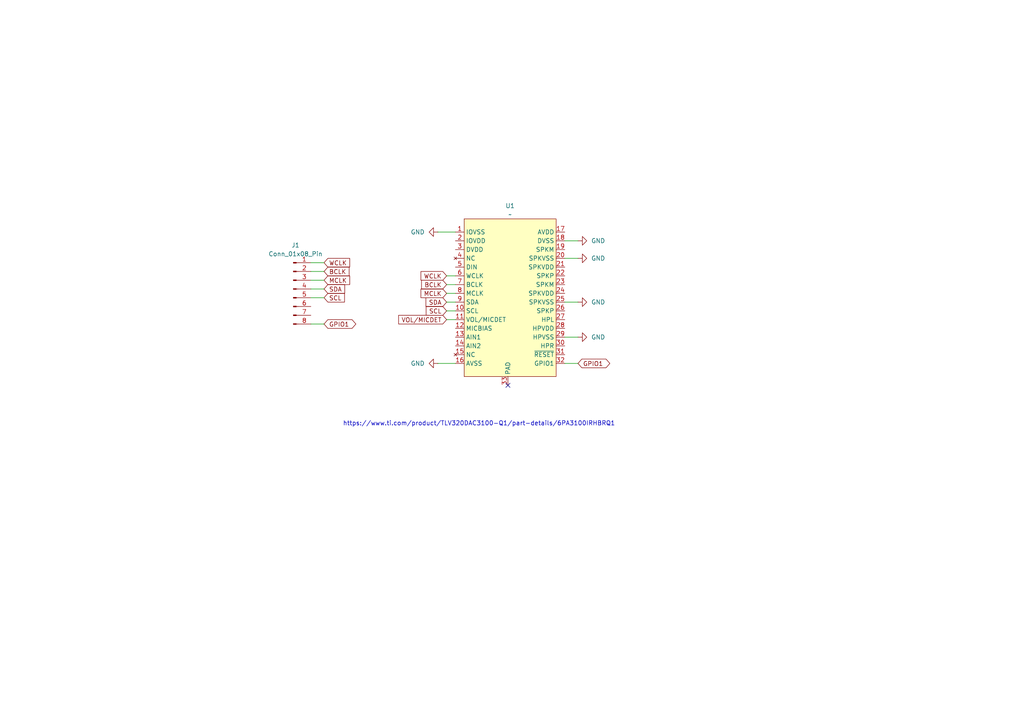
<source format=kicad_sch>
(kicad_sch (version 20250114) (generator "eeschema") (generator_version "9.0")
  (paper "A4")
  (lib_symbols
    (symbol "6PA3100IRHBRQ1:6PA3100IRHBRQ1"
      (property "Reference" "U" (at 0 24.638 0))
      (symbol "6PA3100IRHBRQ1_1_1"
        (rectangle (start -12.7 22.86) (end 13.97 -22.86) (fill (type background)))
        (pin input line (at -15.24 19.05 0) (length 2.54) (name "IOVSS") (number "1"))
        (pin input line (at -15.24 16.51 0) (length 2.54) (name "IOVDD") (number "2"))
        (pin input line (at -15.24 13.97 0) (length 2.54) (name "DVDD") (number "3"))
        (pin no_connect line (at -15.24 11.43 0) (length 2.54) (name "NC") (number "4"))
        (pin input line (at -15.24 8.89 0) (length 2.54) (name "DIN") (number "5"))
        (pin bidirectional line (at -15.24 6.35 0) (length 2.54) (name "WCLK") (number "6"))
        (pin bidirectional line (at -15.24 3.81 0) (length 2.54) (name "BCLK") (number "7"))
        (pin input line (at -15.24 1.27 0) (length 2.54) (name "MCLK") (number "8"))
        (pin bidirectional line (at -15.24 -1.27 0) (length 2.54) (name "SDA") (number "9"))
        (pin bidirectional line (at -15.24 -3.81 0) (length 2.54) (name "SCL") (number "10"))
        (pin input line (at -15.24 -6.35 0) (length 2.54) (name "VOL/MICDET") (number "11"))
        (pin input line (at -15.24 -8.89 0) (length 2.54) (name "MICBIAS") (number "12"))
        (pin input line (at -15.24 -11.43 0) (length 2.54) (name "AIN1") (number "13"))
        (pin input line (at -15.24 -13.97 0) (length 2.54) (name "AIN2") (number "14"))
        (pin no_connect line (at -15.24 -16.51 0) (length 2.54) (name "NC") (number "15"))
        (pin input line (at -15.24 -19.05 0) (length 2.54) (name "AVSS") (number "16"))
        (pin input line (at 0 -25.4 90) (length 2.54) (name "PAD") (number "33"))
        (pin input line (at 16.51 19.05 180) (length 2.54) (name "AVDD") (number "17"))
        (pin input line (at 16.51 16.51 180) (length 2.54) (name "DVSS") (number "18"))
        (pin input line (at 16.51 13.97 180) (length 2.54) (name "SPKM") (number "19"))
        (pin input line (at 16.51 11.43 180) (length 2.54) (name "SPKVSS") (number "20"))
        (pin input line (at 16.51 8.89 180) (length 2.54) (name "SPKVDD") (number "21"))
        (pin output line (at 16.51 6.35 180) (length 2.54) (name "SPKP") (number "22"))
        (pin output line (at 16.51 3.81 180) (length 2.54) (name "SPKM") (number "23"))
        (pin input line (at 16.51 1.27 180) (length 2.54) (name "SPKVDD") (number "24"))
        (pin input line (at 16.51 -1.27 180) (length 2.54) (name "SPKVSS") (number "25"))
        (pin input line (at 16.51 -3.81 180) (length 2.54) (name "SPKP") (number "26"))
        (pin output line (at 16.51 -6.35 180) (length 2.54) (name "HPL") (number "27"))
        (pin input line (at 16.51 -8.89 180) (length 2.54) (name "HPVDD") (number "28"))
        (pin input line (at 16.51 -11.43 180) (length 2.54) (name "HPVSS") (number "29"))
        (pin output line (at 16.51 -13.97 180) (length 2.54) (name "HPR") (number "30"))
        (pin input line (at 16.51 -16.51 180) (length 2.54) (name "~{RESET}") (number "31"))
        (pin bidirectional line (at 16.51 -19.05 180) (length 2.54) (name "GPIO1") (number "32"))
      )
    )
    (symbol "Connector:Conn_01x08_Pin" (pin_names (offset 1.016) (hide yes))
      (property "Reference" "J" (at 0 10.16 0))
      (property "Value" "Conn_01x08_Pin" (at 0 -12.7 0))
      (symbol "Conn_01x08_Pin_1_1"
        (rectangle (start 0.8636 7.747) (end 0 7.493) (stroke (width 0.1524)) (fill (type outline)))
        (rectangle (start 0.8636 5.207) (end 0 4.953) (stroke (width 0.1524)) (fill (type outline)))
        (rectangle (start 0.8636 2.667) (end 0 2.413) (stroke (width 0.1524)) (fill (type outline)))
        (rectangle (start 0.8636 0.127) (end 0 -0.127) (stroke (width 0.1524)) (fill (type outline)))
        (rectangle (start 0.8636 -2.413) (end 0 -2.667) (stroke (width 0.1524)) (fill (type outline)))
        (rectangle (start 0.8636 -4.953) (end 0 -5.207) (stroke (width 0.1524)) (fill (type outline)))
        (rectangle (start 0.8636 -7.493) (end 0 -7.747) (stroke (width 0.1524)) (fill (type outline)))
        (rectangle (start 0.8636 -10.033) (end 0 -10.287) (stroke (width 0.1524)) (fill (type outline)))
        (polyline (pts (xy 1.27 7.62) (xy 0.8636 7.62)) (stroke (width 0.1524)))
        (polyline (pts (xy 1.27 5.08) (xy 0.8636 5.08)) (stroke (width 0.1524)))
        (polyline (pts (xy 1.27 2.54) (xy 0.8636 2.54)) (stroke (width 0.1524)))
        (polyline (pts (xy 1.27 0) (xy 0.8636 0)) (stroke (width 0.1524)))
        (polyline (pts (xy 1.27 -2.54) (xy 0.8636 -2.54)) (stroke (width 0.1524)))
        (polyline (pts (xy 1.27 -5.08) (xy 0.8636 -5.08)) (stroke (width 0.1524)))
        (polyline (pts (xy 1.27 -7.62) (xy 0.8636 -7.62)) (stroke (width 0.1524)))
        (polyline (pts (xy 1.27 -10.16) (xy 0.8636 -10.16)) (stroke (width 0.1524)))
        (pin passive line (at 5.08 7.62 180) (length 3.81) (name "Pin_1") (number "1"))
        (pin passive line (at 5.08 5.08 180) (length 3.81) (name "Pin_2") (number "2"))
        (pin passive line (at 5.08 2.54 180) (length 3.81) (name "Pin_3") (number "3"))
        (pin passive line (at 5.08 0 180) (length 3.81) (name "Pin_4") (number "4"))
        (pin passive line (at 5.08 -2.54 180) (length 3.81) (name "Pin_5") (number "5"))
        (pin passive line (at 5.08 -5.08 180) (length 3.81) (name "Pin_6") (number "6"))
        (pin passive line (at 5.08 -7.62 180) (length 3.81) (name "Pin_7") (number "7"))
        (pin passive line (at 5.08 -10.16 180) (length 3.81) (name "Pin_8") (number "8"))
      )
    )
    (symbol "power:GND" (power) (pin_numbers (hide yes)) (pin_names (offset 0) (hide yes))
      (property "Value" "GND" (at 0 -3.81 0))
      (symbol "GND_0_1"
        (polyline (pts (xy 0 0) (xy 0 -1.27) (xy 1.27 -1.27) (xy 0 -2.54) (xy -1.27 -1.27) (xy 0 -1.27)))
      )
      (symbol "GND_1_1"
        (pin power_in line (at 0 0 270) (length 0) (name "~") (number "1"))
      )
    )
  )
  (text "https://www.ti.com/product/TLV320DAC3100-Q1/part-details/6PA3100IRHBRQ1" (at 138.938 122.936 0) (effects (font (size 1.27 1.27))))
  (no_connect (at 147.32 111.76))
  (wire (pts (xy 129.54 90.17) (xy 132.08 90.17)))
  (wire (pts (xy 163.83 69.85) (xy 167.64 69.85)))
  (wire (pts (xy 129.54 82.55) (xy 132.08 82.55)))
  (wire (pts (xy 163.83 97.79) (xy 167.64 97.79)))
  (wire (pts (xy 90.17 83.82) (xy 93.98 83.82)))
  (wire (pts (xy 90.17 93.98) (xy 93.98 93.98)))
  (wire (pts (xy 129.54 92.71) (xy 132.08 92.71)))
  (wire (pts (xy 129.54 87.63) (xy 132.08 87.63)))
  (wire (pts (xy 90.17 78.74) (xy 93.98 78.74)))
  (wire (pts (xy 90.17 86.36) (xy 93.98 86.36)))
  (wire (pts (xy 90.17 76.2) (xy 93.98 76.2)))
  (wire (pts (xy 163.83 74.93) (xy 167.64 74.93)))
  (wire (pts (xy 127 105.41) (xy 132.08 105.41)))
  (wire (pts (xy 129.54 80.01) (xy 132.08 80.01)))
  (wire (pts (xy 90.17 81.28) (xy 93.98 81.28)))
  (wire (pts (xy 129.54 85.09) (xy 132.08 85.09)))
  (wire (pts (xy 127 67.31) (xy 132.08 67.31)))
  (wire (pts (xy 163.83 105.41) (xy 167.64 105.41)))
  (wire (pts (xy 163.83 87.63) (xy 167.64 87.63)))
  (global_label "MCLK" (shape input) (at 93.98 81.28 0) (property "Intersheetrefs" "${INTERSHEET_REFS}" (effects (hide yes))))
  (global_label "VOL/MICDET" (shape input) (at 129.54 92.71 180) (property "Intersheetrefs" "${INTERSHEET_REFS}" (effects (hide yes))))
  (global_label "SCL" (shape input) (at 93.98 86.36 0) (property "Intersheetrefs" "${INTERSHEET_REFS}" (effects (hide yes))))
  (global_label "SDA" (shape input) (at 93.98 83.82 0) (property "Intersheetrefs" "${INTERSHEET_REFS}" (effects (hide yes))))
  (global_label "MCLK" (shape input) (at 129.54 85.09 180) (property "Intersheetrefs" "${INTERSHEET_REFS}" (effects (hide yes))))
  (global_label "GPIO1" (shape bidirectional) (at 167.64 105.41 0) (property "Intersheetrefs" "${INTERSHEET_REFS}" (effects (hide yes))))
  (global_label "BCLK" (shape input) (at 93.98 78.74 0) (property "Intersheetrefs" "${INTERSHEET_REFS}" (effects (hide yes))))
  (global_label "WCLK" (shape input) (at 129.54 80.01 180) (property "Intersheetrefs" "${INTERSHEET_REFS}" (effects (hide yes))))
  (global_label "BCLK" (shape input) (at 129.54 82.55 180) (property "Intersheetrefs" "${INTERSHEET_REFS}" (effects (hide yes))))
  (global_label "WCLK" (shape input) (at 93.98 76.2 0) (property "Intersheetrefs" "${INTERSHEET_REFS}" (effects (hide yes))))
  (global_label "SDA" (shape input) (at 129.54 87.63 180) (property "Intersheetrefs" "${INTERSHEET_REFS}" (effects (hide yes))))
  (global_label "SCL" (shape input) (at 129.54 90.17 180) (property "Intersheetrefs" "${INTERSHEET_REFS}" (effects (hide yes))))
  (global_label "GPIO1" (shape bidirectional) (at 93.98 93.98 0) (property "Intersheetrefs" "${INTERSHEET_REFS}" (effects (hide yes))))
  (symbol (lib_id "power:GND") (at 167.64 87.63 90) (unit 1)
    (property "Reference" "#PWR04" (effects (hide yes)))
    (property "Value" "GND" (at 171.45 87.6299 90) (effects (justify right)))
    (property "Description" "Power symbol creates a global label with name \"GND\" , ground" (effects (hide yes)))
  )
  (symbol (lib_id "power:GND") (at 167.64 74.93 90) (unit 1)
    (property "Reference" "#PWR03" (effects (hide yes)))
    (property "Value" "GND" (at 171.45 74.9299 90) (effects (justify right)))
    (property "Description" "Power symbol creates a global label with name \"GND\" , ground" (effects (hide yes)))
  )
  (symbol (lib_id "Connector:Conn_01x08_Pin") (at 85.09 83.82 0) (unit 1)
    (property "Reference" "J1" (at 85.725 71.12 0))
    (property "Value" "Conn_01x08_Pin" (at 85.725 73.66 0))
    (property "Footprint" "Connector_PinHeader_2.54mm:PinHeader_1x08_P2.54mm_Vertical" (effects (hide yes)))
    (property "Description" "Generic connector, single row, 01x08, script generated" (effects (hide yes)))
  )
  (symbol (lib_id "6PA3100IRHBRQ1:6PA3100IRHBRQ1") (at 147.32 86.36 0) (unit 1)
    (property "Reference" "U1" (at 147.955 59.69 0))
    (property "Value" "~" (at 147.955 62.23 0))
    (property "Footprint" "MY_AUDIO:QFN50P500X500X100-33N" (effects (hide yes)))
  )
  (symbol (lib_id "power:GND") (at 127 67.31 270) (unit 1)
    (property "Reference" "#PWR01" (effects (hide yes)))
    (property "Value" "GND" (at 123.19 67.3099 90) (effects (justify right)))
    (property "Description" "Power symbol creates a global label with name \"GND\" , ground" (effects (hide yes)))
  )
  (symbol (lib_id "power:GND") (at 167.64 69.85 90) (unit 1)
    (property "Reference" "#PWR02" (effects (hide yes)))
    (property "Value" "GND" (at 171.45 69.8499 90) (effects (justify right)))
    (property "Description" "Power symbol creates a global label with name \"GND\" , ground" (effects (hide yes)))
  )
  (symbol (lib_id "power:GND") (at 167.64 97.79 90) (unit 1)
    (property "Reference" "#PWR05" (effects (hide yes)))
    (property "Value" "GND" (at 171.45 97.7899 90) (effects (justify right)))
    (property "Description" "Power symbol creates a global label with name \"GND\" , ground" (effects (hide yes)))
  )
  (symbol (lib_id "power:GND") (at 127 105.41 270) (unit 1)
    (property "Reference" "#PWR06" (effects (hide yes)))
    (property "Value" "GND" (at 123.19 105.4099 90) (effects (justify right)))
    (property "Description" "Power symbol creates a global label with name \"GND\" , ground" (effects (hide yes)))
  )
)
</source>
